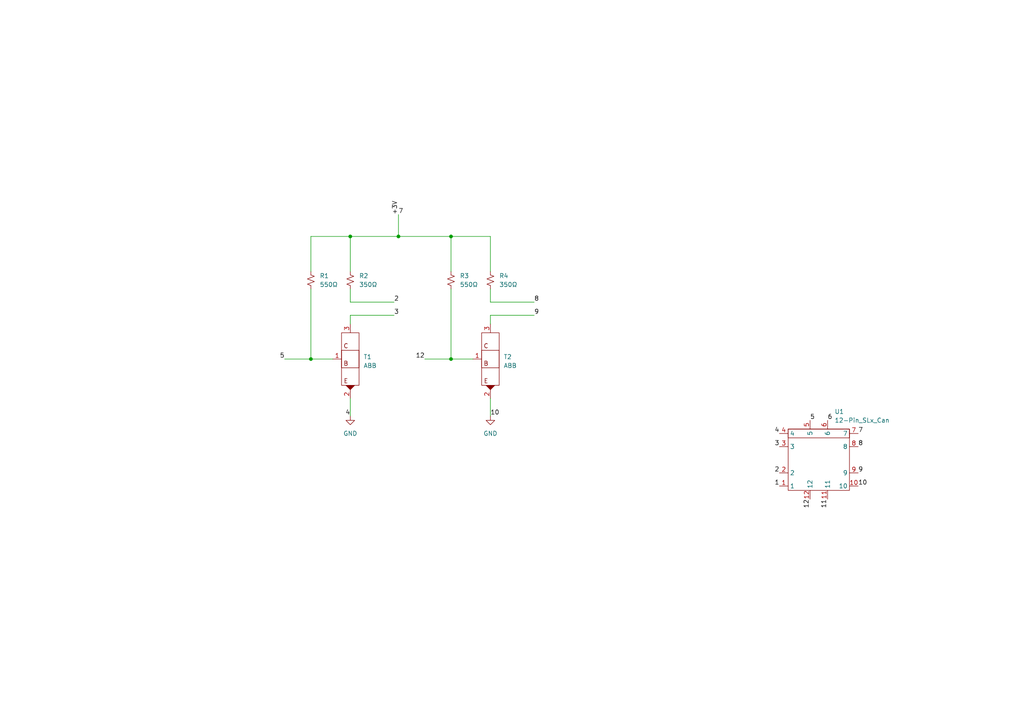
<source format=kicad_sch>
(kicad_sch (version 20211123) (generator eeschema)
  (paper "A4")
  (lib_symbols
    (symbol "Device:R_Small_US" (pin_numbers hide) (pin_names (offset 0.254) hide)
      (property "Reference" "R" (at 0.762 0.508 0))
      (property "Value" "R_Small_US" (at 0.762 -1.016 0))
      (symbol "R_Small_US_1_1"
        (polyline (pts (xy 0 0) (xy 1.016 -0.381) (xy 0 -0.762) (xy -1.016 -1.143) (xy 0 -1.524)))
        (polyline (pts (xy 0 1.524) (xy 1.016 1.143) (xy 0 0.762) (xy -1.016 0.381) (xy 0 0)))
        (pin passive line (at 0 2.54 270) (length 1.016) (name "~") (number "1"))
        (pin passive line (at 0 -2.54 90) (length 1.016) (name "~") (number "2"))
      )
    )
    (symbol "IBM_SLT-SLD:12-Pin_SLx_Can"
      (property "Reference" "U" (at 0 -2.54 0))
      (property "Value" "12-Pin_SLx_Can" (at 0 0 0))
      (symbol "12-Pin_SLx_Can_0_1"
        (rectangle (start -8.89 8.89) (end 8.89 -8.89))
        (rectangle (start -8.89 8.89) (end 8.89 6.35))
      )
      (symbol "12-Pin_SLx_Can_1_1"
        (pin passive line (at -11.43 -7.62 0) (length 2.54) (name "1") (number "1"))
        (pin passive line (at 11.43 -7.62 180) (length 2.54) (name "10") (number "10"))
        (pin passive line (at 2.54 -11.43 90) (length 2.54) (name "11") (number "11"))
        (pin passive line (at -2.54 -11.43 90) (length 2.54) (name "12") (number "12"))
        (pin passive line (at -11.43 -3.81 0) (length 2.54) (name "2") (number "2"))
        (pin passive line (at -11.43 3.81 0) (length 2.54) (name "3") (number "3"))
        (pin passive line (at -11.43 7.62 0) (length 2.54) (name "4") (number "4"))
        (pin passive line (at -2.54 11.43 270) (length 2.54) (name "5") (number "5"))
        (pin passive line (at 2.54 11.43 270) (length 2.54) (name "6") (number "6"))
        (pin passive line (at 11.43 7.62 180) (length 2.54) (name "7") (number "7"))
        (pin passive line (at 11.43 3.81 180) (length 2.54) (name "8") (number "8"))
        (pin passive line (at 11.43 -3.81 180) (length 2.54) (name "9") (number "9"))
      )
    )
    (symbol "IBM_SLT-SLD:IBM_Transistor"
      (property "Reference" "T" (at 0 5.08 0))
      (property "Value" "IBM_Transistor" (at 7.62 8.89 0))
      (symbol "IBM_Transistor_0_0"
        (text "B" (at -1.27 -1.27 0) (effects (font (size 1.27 1.27))))
        (text "C" (at -1.27 3.81 0) (effects (font (size 1.27 1.27))))
        (text "E" (at -1.27 -6.35 0) (effects (font (size 1.27 1.27))))
      )
      (symbol "IBM_Transistor_0_1"
        (rectangle (start -2.54 2.54) (end 2.54 -2.54))
        (rectangle (start -2.54 7.62) (end 2.54 -7.62))
        (polyline (pts (xy -1.27 -7.62) (xy 0 -8.89) (xy 1.27 -7.62)) (fill (type outline)))
      )
      (symbol "IBM_Transistor_1_1"
        (pin passive line (at -5.08 0 0) (length 2.54) (name "B") (number "1"))
        (pin passive line (at 0 -11.43 90) (length 2.54) (name "E") (number "2"))
        (pin passive line (at 0 10.16 270) (length 2.54) (name "C") (number "3"))
      )
    )
    (symbol "power:GND" (power) (pin_names (offset 0))
      (property "Value" "GND" (at 0 -3.81 0))
      (symbol "GND_0_1"
        (polyline (pts (xy 0 0) (xy 0 -1.27) (xy 1.27 -1.27) (xy 0 -2.54) (xy -1.27 -1.27) (xy 0 -1.27)))
      )
      (symbol "GND_1_1"
        (pin power_in line (at 0 0 270) (length 0) hide (name "GND") (number "1"))
      )
    )
  )
  (junction (at 101.6 68.58))
  (junction (at 130.81 104.14))
  (junction (at 115.57 68.58))
  (junction (at 130.81 68.58))
  (junction (at 90.17 104.14))
  (wire (pts (xy 142.24 87.63) (xy 154.94 87.63)))
  (wire (pts (xy 90.17 104.14) (xy 96.52 104.14)))
  (wire (pts (xy 130.81 104.14) (xy 137.16 104.14)))
  (wire (pts (xy 101.6 68.58) (xy 115.57 68.58)))
  (wire (pts (xy 90.17 83.82) (xy 90.17 104.14)))
  (wire (pts (xy 101.6 91.44) (xy 114.3 91.44)))
  (wire (pts (xy 130.81 83.82) (xy 130.81 104.14)))
  (wire (pts (xy 123.19 104.14) (xy 130.81 104.14)))
  (wire (pts (xy 142.24 91.44) (xy 154.94 91.44)))
  (wire (pts (xy 90.17 68.58) (xy 101.6 68.58)))
  (wire (pts (xy 130.81 68.58) (xy 130.81 78.74)))
  (wire (pts (xy 101.6 93.98) (xy 101.6 91.44)))
  (wire (pts (xy 130.81 68.58) (xy 142.24 68.58)))
  (wire (pts (xy 90.17 78.74) (xy 90.17 68.58)))
  (wire (pts (xy 115.57 62.23) (xy 115.57 68.58)))
  (wire (pts (xy 115.57 68.58) (xy 130.81 68.58)))
  (wire (pts (xy 142.24 83.82) (xy 142.24 87.63)))
  (wire (pts (xy 101.6 87.63) (xy 114.3 87.63)))
  (wire (pts (xy 142.24 115.57) (xy 142.24 120.65)))
  (wire (pts (xy 101.6 83.82) (xy 101.6 87.63)))
  (wire (pts (xy 101.6 68.58) (xy 101.6 78.74)))
  (wire (pts (xy 82.55 104.14) (xy 90.17 104.14)))
  (wire (pts (xy 142.24 93.98) (xy 142.24 91.44)))
  (wire (pts (xy 101.6 115.57) (xy 101.6 120.65)))
  (wire (pts (xy 142.24 68.58) (xy 142.24 78.74)))
  (label "8" (at 154.94 87.63 0))
  (label "9" (at 248.92 137.16 0))
  (label "7" (at 248.92 125.73 0))
  (label "5" (at 82.55 104.14 180))
  (label "5" (at 234.95 121.92 0))
  (label "11" (at 240.03 144.78 270))
  (label "7" (at 115.57 62.23 0))
  (label "12" (at 123.19 104.14 180))
  (label "2" (at 114.3 87.63 0))
  (label "10" (at 142.24 120.65 0))
  (label "4" (at 226.06 125.73 180))
  (label "10" (at 248.92 140.97 0))
  (label "3" (at 226.06 129.54 180))
  (label "8" (at 248.92 129.54 0))
  (label "1" (at 226.06 140.97 180))
  (label "12" (at 234.95 144.78 270))
  (label "4" (at 101.6 120.65 180))
  (label "3" (at 114.3 91.44 0))
  (label "2" (at 226.06 137.16 180))
  (label "+3V" (at 115.57 62.23 90))
  (label "9" (at 154.94 91.44 0))
  (label "6" (at 240.03 121.92 0))
  (symbol (lib_id "IBM_SLT-SLD:IBM_Transistor") (at 142.24 104.14 0) (unit 1)
    (property "Reference" "T2" (at 146.05 103.5049 0) (effects (justify left)))
    (property "Value" "ABB" (at 146.05 106.0449 0) (effects (justify left)))
  )
  (symbol (lib_id "power:GND") (at 101.6 120.65 0) (unit 1)
    (property "Reference" "#PWR0102" (effects hide))
    (property "Value" "GND" (at 101.6 125.73 0))
  )
  (symbol (lib_id "Device:R_Small_US") (at 90.17 81.28 0) (unit 1)
    (property "Reference" "R1" (at 92.71 80.0099 0) (effects (justify left)))
    (property "Value" "550Ω" (at 92.71 82.5499 0) (effects (justify left)))
    (property "Footprint" "Resistor_SMD:R_0201_0603Metric" (effects hide))
  )
  (symbol (lib_id "Device:R_Small_US") (at 130.81 81.28 0) (unit 1)
    (property "Reference" "R3" (at 133.35 80.0099 0) (effects (justify left)))
    (property "Value" "550Ω" (at 133.35 82.5499 0) (effects (justify left)))
    (property "Footprint" "Resistor_SMD:R_0201_0603Metric" (effects hide))
  )
  (symbol (lib_id "IBM_SLT-SLD:12-Pin_SLx_Can") (at 237.49 133.35 0) (unit 1)
    (property "Reference" "U1" (at 242.0494 119.38 0) (effects (justify left)))
    (property "Value" "12-Pin_SLx_Can" (at 242.0494 121.92 0) (effects (justify left)))
    (property "Footprint" "IBM_SLT-SLD:12-Pin_SLx_Can" (effects hide))
  )
  (symbol (lib_id "IBM_SLT-SLD:IBM_Transistor") (at 101.6 104.14 0) (unit 1)
    (property "Reference" "T1" (at 105.41 103.5049 0) (effects (justify left)))
    (property "Value" "ABB" (at 105.41 106.0449 0) (effects (justify left)))
  )
  (symbol (lib_id "Device:R_Small_US") (at 101.6 81.28 0) (unit 1)
    (property "Reference" "R2" (at 104.14 80.0099 0) (effects (justify left)))
    (property "Value" "350Ω" (at 104.14 82.5499 0) (effects (justify left)))
    (property "Footprint" "Resistor_SMD:R_0201_0603Metric" (effects hide))
  )
  (symbol (lib_id "Device:R_Small_US") (at 142.24 81.28 0) (unit 1)
    (property "Reference" "R4" (at 144.78 80.0099 0) (effects (justify left)))
    (property "Value" "350Ω" (at 144.78 82.5499 0) (effects (justify left)))
    (property "Footprint" "Resistor_SMD:R_0201_0603Metric" (effects hide))
  )
  (symbol (lib_id "power:GND") (at 142.24 120.65 0) (unit 1)
    (property "Reference" "#PWR?" (effects hide))
    (property "Value" "GND" (at 142.24 125.73 0))
  )
)
</source>
